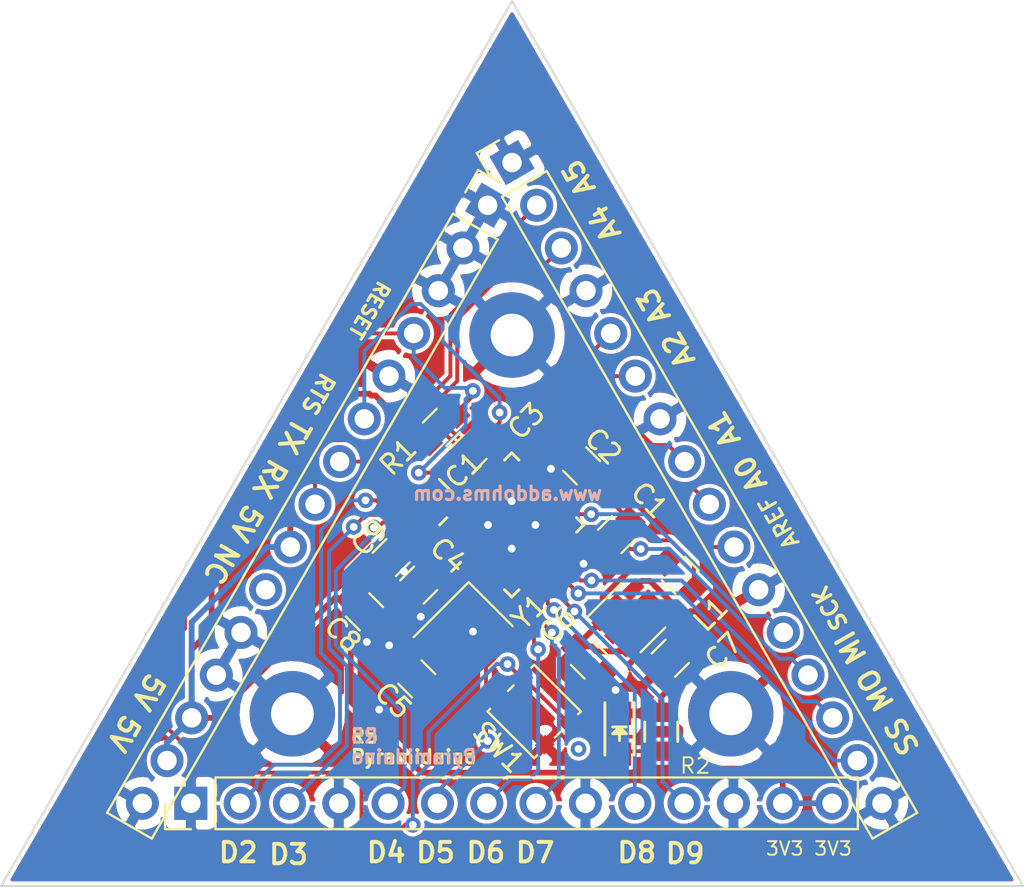
<source format=kicad_pcb>
(kicad_pcb (version 20171130) (host pcbnew "(5.0.0-rc2-dev-664-g5a90858)")
  (layers (0 F.Cu signal) (31 B.Cu signal) (34 B.Paste user) (35 F.Paste user) (36 B.SilkS user) (37 F.SilkS user) (38 B.Mask user) (39 F.Mask user) (44 Edge.Cuts user))
  (net 0 "")
  (net 1 "Net-(C1-Pad1)")
  (net 2 GND)
  (net 3 /AREF)
  (net 4 /RESET)
  (net 5 /RTS)
  (net 6 /X_P)
  (net 7 /X_N)
  (net 8 VCC)
  (net 9 +3V3)
  (net 10 /D3)
  (net 11 /D4)
  (net 12 /D5)
  (net 13 /D6)
  (net 14 /D7)
  (net 15 /D8)
  (net 16 /D9)
  (net 17 /SS)
  (net 18 /MOSI)
  (net 19 /MISO)
  (net 20 /SCK)
  (net 21 /A0)
  (net 22 /A1)
  (net 23 /A2)
  (net 24 /A3)
  (net 25 /A4)
  (net 26 /A5)
  (net 27 /328-RX)
  (net 28 /328-TX)
  (net 29 /D2)
  (net 30 "Net-(D1-Pad2)")
  (net 31 "Net-(U1-Pad4)")
  (net 32 /CTS)
  (net 33 "Net-(IC1-Pad19)")
  (net 34 "Net-(IC1-Pad22)")
  (module TO_SOT_Packages_SMD:SOT-23-5 (layer F.Cu) (at 132.4356 116.1796 45)
    (fp_text reference U1 hide)
    (fp_text value 3v3)
    (pad 1 smd rect (at -1.1 -0.95 45) (size 1.06 0.65) (layers F.Cu F.Paste F.Mask) (net 8 VCC))
    (pad 2 smd rect (at -1.099999 0 45) (size 1.06 0.65) (layers F.Cu F.Paste F.Mask) (net 2 GND))
    (pad 3 smd rect (at -1.1 0.95 45) (size 1.06 0.65) (layers F.Cu F.Paste F.Mask) (net 8 VCC))
    (pad 4 smd rect (at 1.1 0.95 45) (size 1.06 0.65) (layers F.Cu F.Paste F.Mask) (net 31 "Net-(U1-Pad4)"))
    (pad 5 smd rect (at 1.1 -0.95 45) (size 1.06 0.65) (layers F.Cu F.Paste F.Mask) (net 9 +3V3))
  )
  (module Pin_Headers:Pin_Header_Straight_1x16_Pitch2.54mm (layer F.Cu) (at 126.317 92.739 30)
    (fp_text reference P1 hide)
    (fp_text value CONN_01X16)
    (pad 1 thru_hole rect (at 0 0 30) (size 1.7 1.7) (drill 1) (layers *.Cu *.Mask) (net 2 GND))
    (pad 2 thru_hole oval (at 0 2.54 30) (size 1.7 1.7) (drill 1) (layers *.Cu *.Mask) (net 26 /A5))
    (pad 3 thru_hole oval (at 0 5.08 30) (size 1.7 1.7) (drill 1) (layers *.Cu *.Mask) (net 25 /A4))
    (pad 4 thru_hole oval (at 0 7.62 30) (size 1.7 1.7) (drill 1) (layers *.Cu *.Mask) (net 2 GND))
    (pad 5 thru_hole oval (at 0 10.16 30) (size 1.7 1.7) (drill 1) (layers *.Cu *.Mask) (net 24 /A3))
    (pad 6 thru_hole oval (at 0 12.7 30) (size 1.7 1.7) (drill 1) (layers *.Cu *.Mask) (net 23 /A2))
    (pad 7 thru_hole oval (at 0 15.24 30) (size 1.7 1.7) (drill 1) (layers *.Cu *.Mask) (net 2 GND))
    (pad 8 thru_hole oval (at 0 17.78 30) (size 1.7 1.7) (drill 1) (layers *.Cu *.Mask) (net 22 /A1))
    (pad 9 thru_hole oval (at 0 20.32 30) (size 1.7 1.7) (drill 1) (layers *.Cu *.Mask) (net 21 /A0))
    (pad 10 thru_hole oval (at 0 22.86 30) (size 1.7 1.7) (drill 1) (layers *.Cu *.Mask) (net 3 /AREF))
    (pad 11 thru_hole oval (at 0 25.4 30) (size 1.7 1.7) (drill 1) (layers *.Cu *.Mask) (net 2 GND))
    (pad 12 thru_hole oval (at 0 27.94 30) (size 1.7 1.7) (drill 1) (layers *.Cu *.Mask) (net 20 /SCK))
    (pad 13 thru_hole oval (at 0 30.48 30) (size 1.7 1.7) (drill 1) (layers *.Cu *.Mask) (net 19 /MISO))
    (pad 14 thru_hole oval (at 0 33.02 30) (size 1.7 1.7) (drill 1) (layers *.Cu *.Mask) (net 18 /MOSI))
    (pad 15 thru_hole oval (at 0 35.56 30) (size 1.7 1.7) (drill 1) (layers *.Cu *.Mask) (net 17 /SS))
    (pad 16 thru_hole oval (at 0 38.1 30) (size 1.7 1.7) (drill 1) (layers *.Cu *.Mask) (net 2 GND))
  )
  (module Capacitors_SMD:C_0805 (layer F.Cu) (at 131.707107 111.892893 225)
    (fp_text reference C1 (at -2.439518 0.060811 315) (layer F.SilkS))
    (fp_text value 100nF)
    (pad 1 smd rect (at -1 0 225) (size 1 1.25) (layers F.Cu F.Paste F.Mask) (net 1 "Net-(C1-Pad1)"))
    (pad 2 smd rect (at 1 0 225) (size 1 1.25) (layers F.Cu F.Paste F.Mask) (net 2 GND))
  )
  (module Capacitors_SMD:C_0805 (layer F.Cu) (at 129.8956 108.3564 135)
    (fp_text reference C2 (at -0.071842 1.508683 135) (layer F.SilkS))
    (fp_text value 10nF)
    (pad 1 smd rect (at -1 0 135) (size 1 1.25) (layers F.Cu F.Paste F.Mask) (net 3 /AREF))
    (pad 2 smd rect (at 1 0 135) (size 1 1.25) (layers F.Cu F.Paste F.Mask) (net 2 GND))
  )
  (module Capacitors_SMD:C_0805 (layer F.Cu) (at 124.0536 107.7468 45)
    (fp_text reference C3 (at 3.304734 0.933947 45) (layer F.SilkS))
    (fp_text value 100nF)
    (pad 1 smd rect (at -1 0 45) (size 1 1.25) (layers F.Cu F.Paste F.Mask) (net 4 /RESET))
    (pad 2 smd rect (at 1 0 45) (size 1 1.25) (layers F.Cu F.Paste F.Mask) (net 5 /RTS))
  )
  (module Capacitors_SMD:C_0805 (layer F.Cu) (at 121.5136 114.5032 45)
    (fp_text reference C4 (at 2.155261 0 315) (layer F.SilkS))
    (fp_text value 22pF)
    (pad 1 smd rect (at -1 0 45) (size 1 1.25) (layers F.Cu F.Paste F.Mask) (net 2 GND))
    (pad 2 smd rect (at 1 0 45) (size 1 1.25) (layers F.Cu F.Paste F.Mask) (net 6 /X_P))
  )
  (module Capacitors_SMD:C_0805 (layer F.Cu) (at 121.412 119.3292 315)
    (fp_text reference C5 (at -0.071842 1.652367 315) (layer F.SilkS))
    (fp_text value 22pF)
    (pad 1 smd rect (at -1 0 315) (size 1 1.25) (layers F.Cu F.Paste F.Mask) (net 2 GND))
    (pad 2 smd rect (at 1 0 315) (size 1 1.25) (layers F.Cu F.Paste F.Mask) (net 7 /X_N))
  )
  (module Capacitors_SMD:C_0805 (layer F.Cu) (at 130.302 118.364 135)
    (fp_text reference C6 (at 2.44263 0.143684 225) (layer F.SilkS))
    (fp_text value 1uF)
    (pad 1 smd rect (at -1 0 135) (size 1 1.25) (layers F.Cu F.Paste F.Mask) (net 2 GND))
    (pad 2 smd rect (at 1 0 135) (size 1 1.25) (layers F.Cu F.Paste F.Mask) (net 8 VCC))
  )
  (module Capacitors_SMD:C_0805 (layer F.Cu) (at 134.4676 118.2624 45)
    (fp_text reference C7 (at 2.188354 1.675843 45) (layer F.SilkS))
    (fp_text value 1uF)
    (pad 1 smd rect (at -1 0 45) (size 1 1.25) (layers F.Cu F.Paste F.Mask) (net 2 GND))
    (pad 2 smd rect (at 1 0 45) (size 1 1.25) (layers F.Cu F.Paste F.Mask) (net 9 +3V3))
  )
  (module Capacitors_SMD:C_0805 (layer F.Cu) (at 118.7196 115.8748 315)
    (fp_text reference C8 (at 0.035921 1.616446 315) (layer F.SilkS))
    (fp_text value 1uF)
    (pad 1 smd rect (at -1 0 315) (size 1 1.25) (layers F.Cu F.Paste F.Mask) (net 8 VCC))
    (pad 2 smd rect (at 1 0 315) (size 1 1.25) (layers F.Cu F.Paste F.Mask) (net 2 GND))
  )
  (module Capacitors_SMD:C_0805 (layer F.Cu) (at 120.0912 113.0808 225)
    (fp_text reference C9 (at 0.071842 1.508683 225) (layer F.SilkS))
    (fp_text value 100nF)
    (pad 1 smd rect (at -1 0 225) (size 1 1.25) (layers F.Cu F.Paste F.Mask) (net 8 VCC))
    (pad 2 smd rect (at 1 0 225) (size 1 1.25) (layers F.Cu F.Paste F.Mask) (net 2 GND))
  )
  (module Capacitors_SMD:C_0805 (layer F.Cu) (at 134.9756 113.9952 135)
    (fp_text reference L1 (at -2.530877 -0.304339 225) (layer F.SilkS))
    (fp_text value 10uH)
    (pad 1 smd rect (at -1 0 135) (size 1 1.25) (layers F.Cu F.Paste F.Mask) (net 1 "Net-(C1-Pad1)"))
    (pad 2 smd rect (at 1 0 135) (size 1 1.25) (layers F.Cu F.Paste F.Mask) (net 8 VCC))
  )
  (module Pin_Headers:Pin_Header_Straight_1x15_Pitch2.54mm (layer F.Cu) (at 125.061 94.939 330)
    (fp_text reference P2 hide)
    (fp_text value CONN_01X14)
    (pad 1 thru_hole rect (at 0 0 330) (size 1.7 1.7) (drill 1) (layers *.Cu *.Mask) (net 2 GND))
    (pad 2 thru_hole oval (at 0 2.54 330) (size 1.7 1.7) (drill 1) (layers *.Cu *.Mask) (net 2 GND))
    (pad 3 thru_hole oval (at 0 5.08 330) (size 1.7 1.7) (drill 1) (layers *.Cu *.Mask) (net 2 GND))
    (pad 4 thru_hole oval (at 0 7.62 330) (size 1.7 1.7) (drill 1) (layers *.Cu *.Mask) (net 4 /RESET))
    (pad 5 thru_hole oval (at 0 10.16 330) (size 1.7 1.7) (drill 1) (layers *.Cu *.Mask) (net 2 GND))
    (pad 6 thru_hole oval (at 0 12.7 330) (size 1.7 1.7) (drill 1) (layers *.Cu *.Mask) (net 5 /RTS))
    (pad 7 thru_hole oval (at 0 15.24 330) (size 1.7 1.7) (drill 1) (layers *.Cu *.Mask) (net 28 /328-TX))
    (pad 8 thru_hole oval (at 0 17.78 330) (size 1.7 1.7) (drill 1) (layers *.Cu *.Mask) (net 27 /328-RX))
    (pad 9 thru_hole oval (at 0 20.32 330) (size 1.7 1.7) (drill 1) (layers *.Cu *.Mask) (net 8 VCC))
    (pad 10 thru_hole oval (at 0 22.86 330) (size 1.7 1.7) (drill 1) (layers *.Cu *.Mask) (net 32 /CTS))
    (pad 11 thru_hole oval (at 0 25.4 330) (size 1.7 1.7) (drill 1) (layers *.Cu *.Mask) (net 2 GND))
    (pad 12 thru_hole oval (at 0 27.94 330) (size 1.7 1.7) (drill 1) (layers *.Cu *.Mask) (net 2 GND))
    (pad 13 thru_hole oval (at 0 30.48 330) (size 1.7 1.7) (drill 1) (layers *.Cu *.Mask) (net 8 VCC))
    (pad 14 thru_hole oval (at 0 33.02 330) (size 1.7 1.7) (drill 1) (layers *.Cu *.Mask) (net 8 VCC))
    (pad 15 thru_hole oval (at 0 35.56 330) (size 1.7 1.7) (drill 1) (layers *.Cu *.Mask) (net 2 GND))
  )
  (module Pin_Headers:Pin_Header_Straight_1x14_Pitch2.54mm (layer F.Cu) (at 109.776 125.735 90)
    (fp_text reference P3 hide)
    (fp_text value CONN_01X14)
    (pad 1 thru_hole rect (at 0 0 90) (size 1.7 1.7) (drill 1) (layers *.Cu *.Mask) (net 2 GND))
    (pad 2 thru_hole oval (at 0 2.54 90) (size 1.7 1.7) (drill 1) (layers *.Cu *.Mask) (net 29 /D2))
    (pad 3 thru_hole oval (at 0 5.08 90) (size 1.7 1.7) (drill 1) (layers *.Cu *.Mask) (net 10 /D3))
    (pad 4 thru_hole oval (at 0 7.62 90) (size 1.7 1.7) (drill 1) (layers *.Cu *.Mask) (net 2 GND))
    (pad 5 thru_hole oval (at 0 10.16 90) (size 1.7 1.7) (drill 1) (layers *.Cu *.Mask) (net 11 /D4))
    (pad 6 thru_hole oval (at 0 12.7 90) (size 1.7 1.7) (drill 1) (layers *.Cu *.Mask) (net 12 /D5))
    (pad 7 thru_hole oval (at 0 15.24 90) (size 1.7 1.7) (drill 1) (layers *.Cu *.Mask) (net 13 /D6))
    (pad 8 thru_hole oval (at 0 17.78 90) (size 1.7 1.7) (drill 1) (layers *.Cu *.Mask) (net 14 /D7))
    (pad 9 thru_hole oval (at 0 20.32 90) (size 1.7 1.7) (drill 1) (layers *.Cu *.Mask) (net 2 GND))
    (pad 10 thru_hole oval (at 0 22.86 90) (size 1.7 1.7) (drill 1) (layers *.Cu *.Mask) (net 15 /D8))
    (pad 11 thru_hole oval (at 0 25.4 90) (size 1.7 1.7) (drill 1) (layers *.Cu *.Mask) (net 16 /D9))
    (pad 12 thru_hole oval (at 0 27.94 90) (size 1.7 1.7) (drill 1) (layers *.Cu *.Mask) (net 2 GND))
    (pad 13 thru_hole oval (at 0 30.48 90) (size 1.7 1.7) (drill 1) (layers *.Cu *.Mask) (net 9 +3V3))
    (pad 14 thru_hole oval (at 0 33.02 90) (size 1.7 1.7) (drill 1) (layers *.Cu *.Mask) (net 9 +3V3))
  )
  (module Mounting_Holes:MountingHole_2.2mm_M2_Pad (layer F.Cu) (at 115.005 121.127)
    (fp_text reference P4 hide)
    (fp_text value CONN_01X01)
    (pad 1 thru_hole circle (at 0 0) (size 4.4 4.4) (drill 2.2) (layers *.Cu *.Mask) (net 2 GND))
  )
  (module Mounting_Holes:MountingHole_2.2mm_M2_Pad (layer F.Cu) (at 137.578 121.127)
    (fp_text reference P5 hide)
    (fp_text value CONN_01X01)
    (pad 1 thru_hole circle (at 0 0) (size 4.4 4.4) (drill 2.2) (layers *.Cu *.Mask) (net 2 GND))
  )
  (module Mounting_Holes:MountingHole_2.2mm_M2_Pad (layer F.Cu) (at 126.317 101.621)
    (fp_text reference P6 hide)
    (fp_text value CONN_01X01)
    (pad 1 thru_hole circle (at 0 0) (size 4.4 4.4) (drill 2.2) (layers *.Cu *.Mask) (net 2 GND))
  )
  (module Capacitors_SMD:C_0805 (layer F.Cu) (at 122.682 106.3752 45)
    (fp_text reference R1 (at -2.658156 -0.502894 45) (layer F.SilkS))
    (fp_text value 100K)
    (pad 1 smd rect (at -1 0 45) (size 1 1.25) (layers F.Cu F.Paste F.Mask) (net 8 VCC))
    (pad 2 smd rect (at 1 0 45) (size 1 1.25) (layers F.Cu F.Paste F.Mask) (net 4 /RESET))
  )
  (module "My Libraries:FA238-4pin_3.2x2.5mm_Offset" (layer F.Cu) (at 123.7996 116.8908 225)
    (fp_text reference Y1 (at -3.125129 -1.688288 225) (layer F.SilkS))
    (fp_text value 16M)
    (pad 1 smd rect (at -1.1 0.8 225) (size 1.4 1.2) (layers F.Cu F.Paste F.Mask) (net 6 /X_P))
    (pad 2 smd rect (at 1.1 0.8 225) (size 1.4 1.2) (layers F.Cu F.Paste F.Mask) (net 2 GND))
    (pad 3 smd rect (at 1.1 -0.8 225) (size 1.4 1.2) (layers F.Cu F.Paste F.Mask) (net 7 /X_N))
    (pad 4 smd rect (at -1.1 -0.8 225) (size 1.4 1.2) (layers F.Cu F.Paste F.Mask) (net 2 GND))
  )
  (module "My Libraries:SW_SPST_PTS830" (layer F.Cu) (at 127.4572 121.0056 135)
    (fp_text reference SW1 (at 0 -2.6 135) (layer F.SilkS))
    (fp_text value SW_PUSH)
    (pad 1 smd rect (at -1.6 -0.825 135) (size 0.7 0.75) (layers F.Cu F.Paste F.Mask) (net 2 GND))
    (pad 1 smd rect (at 1.6 -0.825 135) (size 0.7 0.75) (layers F.Cu F.Paste F.Mask) (net 2 GND))
    (pad 2 smd rect (at -1.6 0.825 135) (size 0.7 0.75) (layers F.Cu F.Paste F.Mask) (net 4 /RESET))
    (pad 2 smd rect (at 1.6 0.825 135) (size 0.7 0.75) (layers F.Cu F.Paste F.Mask) (net 4 /RESET))
  )
  (module LEDs:LED_0805 (layer F.Cu) (at 131.85 122.15098 270)
    (fp_text reference D1 hide)
    (fp_text value LED)
    (pad 2 smd rect (at 1.04902 0 90) (size 1.19888 1.19888) (layers F.Cu F.Paste F.Mask) (net 30 "Net-(D1-Pad2)"))
    (pad 1 smd rect (at -1.04902 0 90) (size 1.19888 1.19888) (layers F.Cu F.Paste F.Mask) (net 2 GND))
  )
  (module Capacitors_SMD:C_0805 (layer F.Cu) (at 134 122.05 270)
    (fp_text reference R2 (at 1.75 -1.75) (layer F.SilkS) (effects (font (size 0.8 0.8) (thickness 0.1))))
    (fp_text value 1k)
    (pad 1 smd rect (at -1 0 270) (size 1 1.25) (layers F.Cu F.Paste F.Mask) (net 9 +3V3))
    (pad 2 smd rect (at 1 0 270) (size 1 1.25) (layers F.Cu F.Paste F.Mask) (net 30 "Net-(D1-Pad2)"))
  )
  (module "My Libraries:QFN-32-1EP_5x5mm_Pitch0.5mm-GND" (layer F.Cu) (at 126.3 111.4 45)
    (fp_text reference IC1 (at 0 -3.75 45) (layer F.SilkS))
    (fp_text value ATMEGA328-A)
    (pad 1 smd rect (at -2.4 -1.75 45) (size 0.7 0.25) (layers F.Cu F.Paste F.Mask) (net 10 /D3))
    (pad 2 smd rect (at -2.4 -1.25 45) (size 0.7 0.25) (layers F.Cu F.Paste F.Mask) (net 11 /D4))
    (pad 3 smd rect (at -2.4 -0.75 45) (size 0.7 0.25) (layers F.Cu F.Paste F.Mask) (net 2 GND))
    (pad 4 smd rect (at -2.4 -0.25 45) (size 0.7 0.25) (layers F.Cu F.Paste F.Mask) (net 8 VCC))
    (pad 5 smd rect (at -2.4 0.25 45) (size 0.7 0.25) (layers F.Cu F.Paste F.Mask) (net 2 GND))
    (pad 6 smd rect (at -2.4 0.75 45) (size 0.7 0.25) (layers F.Cu F.Paste F.Mask) (net 8 VCC))
    (pad 7 smd rect (at -2.4 1.25 45) (size 0.7 0.25) (layers F.Cu F.Paste F.Mask) (net 6 /X_P))
    (pad 8 smd rect (at -2.4 1.75 45) (size 0.7 0.25) (layers F.Cu F.Paste F.Mask) (net 7 /X_N))
    (pad 9 smd rect (at -1.75 2.4 135) (size 0.7 0.25) (layers F.Cu F.Paste F.Mask) (net 12 /D5))
    (pad 10 smd rect (at -1.25 2.4 135) (size 0.7 0.25) (layers F.Cu F.Paste F.Mask) (net 13 /D6))
    (pad 11 smd rect (at -0.75 2.4 135) (size 0.7 0.25) (layers F.Cu F.Paste F.Mask) (net 14 /D7))
    (pad 12 smd rect (at -0.25 2.4 135) (size 0.7 0.25) (layers F.Cu F.Paste F.Mask) (net 15 /D8))
    (pad 13 smd rect (at 0.25 2.4 135) (size 0.7 0.25) (layers F.Cu F.Paste F.Mask) (net 16 /D9))
    (pad 14 smd rect (at 0.75 2.4 135) (size 0.7 0.25) (layers F.Cu F.Paste F.Mask) (net 17 /SS))
    (pad 15 smd rect (at 1.25 2.4 135) (size 0.7 0.25) (layers F.Cu F.Paste F.Mask) (net 18 /MOSI))
    (pad 16 smd rect (at 1.75 2.4 135) (size 0.7 0.25) (layers F.Cu F.Paste F.Mask) (net 19 /MISO))
    (pad 17 smd rect (at 2.4 1.75 45) (size 0.7 0.25) (layers F.Cu F.Paste F.Mask) (net 20 /SCK))
    (pad 18 smd rect (at 2.4 1.25 45) (size 0.7 0.25) (layers F.Cu F.Paste F.Mask) (net 1 "Net-(C1-Pad1)"))
    (pad 19 smd rect (at 2.4 0.75 45) (size 0.7 0.25) (layers F.Cu F.Paste F.Mask) (net 33 "Net-(IC1-Pad19)"))
    (pad 20 smd rect (at 2.4 0.25 45) (size 0.7 0.25) (layers F.Cu F.Paste F.Mask) (net 3 /AREF))
    (pad 21 smd rect (at 2.4 -0.25 45) (size 0.7 0.25) (layers F.Cu F.Paste F.Mask) (net 2 GND))
    (pad 22 smd rect (at 2.4 -0.75 45) (size 0.7 0.25) (layers F.Cu F.Paste F.Mask) (net 34 "Net-(IC1-Pad22)"))
    (pad 23 smd rect (at 2.4 -1.25 45) (size 0.7 0.25) (layers F.Cu F.Paste F.Mask) (net 21 /A0))
    (pad 24 smd rect (at 2.4 -1.75 45) (size 0.7 0.25) (layers F.Cu F.Paste F.Mask) (net 22 /A1))
    (pad 25 smd rect (at 1.75 -2.4 135) (size 0.7 0.25) (layers F.Cu F.Paste F.Mask) (net 23 /A2))
    (pad 26 smd rect (at 1.25 -2.4 135) (size 0.7 0.25) (layers F.Cu F.Paste F.Mask) (net 24 /A3))
    (pad 27 smd rect (at 0.75 -2.4 135) (size 0.7 0.25) (layers F.Cu F.Paste F.Mask) (net 25 /A4))
    (pad 28 smd rect (at 0.25 -2.4 135) (size 0.7 0.25) (layers F.Cu F.Paste F.Mask) (net 26 /A5))
    (pad 29 smd rect (at -0.25 -2.4 135) (size 0.7 0.25) (layers F.Cu F.Paste F.Mask) (net 4 /RESET))
    (pad 30 smd rect (at -0.75 -2.4 135) (size 0.7 0.25) (layers F.Cu F.Paste F.Mask) (net 27 /328-RX))
    (pad 31 smd rect (at -1.25 -2.4 135) (size 0.7 0.25) (layers F.Cu F.Paste F.Mask) (net 28 /328-TX))
    (pad 32 smd rect (at -1.75 -2.4 135) (size 0.7 0.25) (layers F.Cu F.Paste F.Mask) (net 29 /D2))
    (pad 5 smd rect (at 0.8625 0.8625 45) (size 1.725 1.725) (layers F.Cu F.Paste F.Mask) (net 2 GND))
    (pad 5 smd rect (at 0.8625 -0.8625 45) (size 1.725 1.725) (layers F.Cu F.Paste F.Mask) (net 2 GND))
    (pad 5 smd rect (at -0.8625 0.8625 45) (size 1.725 1.725) (layers F.Cu F.Paste F.Mask) (net 2 GND))
    (pad 5 smd rect (at -0.8625 -0.8625 45) (size 1.725 1.725) (layers F.Cu F.Paste F.Mask) (net 2 GND))
  )
  (gr_text Pyramiduino (at 121.2596 123.3424) (layer B.SilkS) (effects (font (size 0.7 0.7)) (justify mirror)))
  (gr_text R5 (at 118.7196 122.2756) (layer B.SilkS) (effects (font (size 0.7 0.7)) (justify mirror)))
  (gr_text R5 (at 118.7196 122.2756) (layer F.SilkS) (effects (font (size 0.7 0.7))))
  (gr_text Pyramiduino (at 121.2596 123.3424) (layer F.SilkS) (effects (font (size 0.7 0.7))))
  (gr_text NC (at 111.3536 113.3856 240) (layer F.SilkS) (effects (font (size 1 1) (thickness 0.2))))
  (gr_text www.addohms.com (at 126.0856 109.7788) (layer B.SilkS) (effects (font (size 0.7 0.7) (thickness 0.16)) (justify mirror)))
  (gr_text MI (at 143.764 117.7036 120) (layer F.SilkS) (effects (font (size 1 1) (thickness 0.2))))
  (gr_text SCK (at 142.6972 115.6716 120) (layer F.SilkS) (effects (font (size 0.8 0.8) (thickness 0.175))))
  (gr_text A3 (at 133.604 100.1268 120) (layer F.SilkS) (effects (font (size 1 1) (thickness 0.2))))
  (gr_text RESET (at 118.9736 100.33 240) (layer F.SilkS) (effects (font (size 0.7 0.7) (thickness 0.16))))
  (gr_text RTS (at 116.332 104.648 240) (layer F.SilkS) (effects (font (size 0.8 0.8) (thickness 0.175))))
  (gr_text TX (at 115.1128 106.8324 240) (layer F.SilkS) (effects (font (size 1 1) (thickness 0.2))))
  (gr_text RX (at 113.8428 109.0168 240) (layer F.SilkS) (effects (font (size 1 1) (thickness 0.2))))
  (gr_text 5V (at 112.6236 111.3028 240) (layer F.SilkS) (effects (font (size 1 1) (thickness 0.2))))
  (gr_text 5V (at 107.5944 119.9896 240) (layer F.SilkS) (effects (font (size 1 1) (thickness 0.2))))
  (gr_text 5V (at 106.3244 122.1232 240) (layer F.SilkS) (effects (font (size 1 1) (thickness 0.2))))
  (gr_text D2 (at 112.2172 128.27) (layer F.SilkS) (effects (font (size 1 1) (thickness 0.2))))
  (gr_text D3 (at 114.808 128.3716) (layer F.SilkS) (effects (font (size 1 1) (thickness 0.2))))
  (gr_text D4 (at 119.8372 128.27) (layer F.SilkS) (effects (font (size 1 1) (thickness 0.2))))
  (gr_text D5 (at 122.3772 128.27) (layer F.SilkS) (effects (font (size 1 1) (thickness 0.2))))
  (gr_text D6 (at 124.968 128.27) (layer F.SilkS) (effects (font (size 1 1) (thickness 0.2))))
  (gr_text D7 (at 127.508 128.27) (layer F.SilkS) (effects (font (size 1 1) (thickness 0.2))))
  (gr_text D8 (at 132.7404 128.27) (layer F.SilkS) (effects (font (size 1 1) (thickness 0.2))))
  (gr_text D9 (at 135.2296 128.3208) (layer F.SilkS) (effects (font (size 1 1) (thickness 0.2))))
  (gr_text 3V3 (at 140.3604 128.0668) (layer F.SilkS) (effects (font (size 0.7 0.7) (thickness 0.1))))
  (gr_text 3V3 (at 142.8496 128.0668) (layer F.SilkS) (effects (font (size 0.7 0.7) (thickness 0.1))))
  (gr_text AREF (at 140.0556 111.252 120) (layer F.SilkS) (effects (font (size 0.8 0.8))))
  (gr_text SS (at 146.4056 122.2756 120) (layer F.SilkS) (effects (font (size 1 1) (thickness 0.2))))
  (gr_text MO (at 145.034 119.888 120) (layer F.SilkS) (effects (font (size 1 1) (thickness 0.2))))
  (gr_text A0 (at 138.5824 108.7628 120) (layer F.SilkS) (effects (font (size 1 1) (thickness 0.2))))
  (gr_text A1 (at 137.2108 106.4768 120) (layer F.SilkS) (effects (font (size 1 1) (thickness 0.2))))
  (gr_text A2 (at 134.874 102.362 120) (layer F.SilkS) (effects (font (size 1 1) (thickness 0.2))))
  (gr_text A4 (at 131.064 95.8596 120) (layer F.SilkS) (effects (font (size 1 1) (thickness 0.2))))
  (gr_text A5 (at 129.7432 93.5228 120) (layer F.SilkS) (effects (font (size 1 1) (thickness 0.2))))
  (gr_line (start 126.316 84.419) (end 100 130) (layer Edge.Cuts) (width 0.1))
  (gr_line (start 152.633 130) (end 126.316 84.419) (layer Edge.Cuts) (width 0.1))
  (gr_line (start 100 130) (end 152.633 130) (layer Edge.Cuts) (width 0.1))
  (segment (start 129.527534 122.720334) (end 129.7432 122.936) (width 0.2) (layer F.Cu) (net 0))
  (via (at 129.7432 122.936) (size 0.8) (drill 0.4) (layers F.Cu B.Cu) (net 0))
  (segment (start 135.682707 114.702307) (end 135.682707 113.394145) (width 0.2) (layer F.Cu) (net 1))
  (segment (start 135.682707 113.394145) (end 134.48115 112.192588) (width 0.2) (layer F.Cu) (net 1))
  (segment (start 131.362828 110.1344) (end 132.414214 111.185786) (width 0.2) (layer F.Cu) (net 1))
  (segment (start 129.324367 110.1344) (end 131.362828 110.1344) (width 0.2) (layer F.Cu) (net 1))
  (segment (start 128.89794 110.560827) (end 129.324367 110.1344) (width 0.2) (layer F.Cu) (net 1))
  (segment (start 133.421016 112.192588) (end 132.414214 111.185786) (width 0.2) (layer F.Cu) (net 1))
  (segment (start 134.48115 112.192588) (end 133.421016 112.192588) (width 0.2) (layer F.Cu) (net 1))
  (segment (start 131.657783 116.957417) (end 131.657783 116.942217) (width 0.2) (layer F.Cu) (net 2))
  (via (at 125.080241 111.4) (size 0.8) (drill 0.4) (layers F.Cu B.Cu) (net 2))
  (via (at 126.3 112.619759) (size 0.8) (drill 0.4) (layers F.Cu B.Cu) (net 2))
  (via (at 127.519759 111.4) (size 0.8) (drill 0.4) (layers F.Cu B.Cu) (net 2))
  (via (at 126.3 110.180241) (size 0.8) (drill 0.4) (layers F.Cu B.Cu) (net 2))
  (segment (start 126.3 110.180241) (end 127.166206 110.180241) (width 0.2) (layer F.Cu) (net 2))
  (segment (start 127.166206 110.180241) (end 127.82028 109.526167) (width 0.2) (layer F.Cu) (net 2))
  (segment (start 125.080241 111.4) (end 125.080241 111.559099) (width 0.2) (layer F.Cu) (net 2))
  (segment (start 125.080241 111.559099) (end 124.072614 112.566726) (width 0.2) (layer F.Cu) (net 2))
  (segment (start 126.3 112.619759) (end 125.433794 112.619759) (width 0.2) (layer F.Cu) (net 2))
  (segment (start 125.433794 112.619759) (end 124.77972 113.273833) (width 0.2) (layer F.Cu) (net 2))
  (segment (start 124.072614 112.566726) (end 124.072614 112.398627) (width 0.2) (layer F.Cu) (net 2))
  (segment (start 125.459794 112.593759) (end 126.317 112.593759) (width 0.2) (layer F.Cu) (net 2))
  (segment (start 131.657783 116.942217) (end 132.6 116) (width 0.2) (layer F.Cu) (net 2))
  (segment (start 131.65 119.9) (end 131.4 119.65) (width 0.2) (layer B.Cu) (net 2))
  (segment (start 131.4 119.65) (end 131.3 119.65) (width 0.2) (layer B.Cu) (net 2))
  (segment (start 131.85 121.10196) (end 131.85 120.1) (width 0.2) (layer F.Cu) (net 2))
  (segment (start 131.85 120.1) (end 131.65 119.9) (width 0.2) (layer F.Cu) (net 2))
  (via (at 131.65 119.9) (size 0.8) (drill 0.4) (layers F.Cu B.Cu) (net 2))
  (segment (start 128.005208 122.720334) (end 125.742466 120.457592) (width 0.2) (layer F.Cu) (net 2))
  (segment (start 119.478531 120.907069) (end 119.1768 121.2088) (width 0.2) (layer B.Cu) (net 2))
  (segment (start 120.704893 118.622093) (end 120.704893 119.680707) (width 0.2) (layer F.Cu) (net 2))
  (segment (start 120.704893 119.680707) (end 119.478531 120.907069) (width 0.2) (layer F.Cu) (net 2))
  (via (at 119.478531 120.907069) (size 0.8) (drill 0.4) (layers F.Cu B.Cu) (net 2))
  (segment (start 124.930971 116.8908) (end 125.143103 116.678668) (width 0.2) (layer F.Cu) (net 2))
  (segment (start 124.3076 116.8908) (end 124.930971 116.8908) (width 0.2) (layer F.Cu) (net 2))
  (segment (start 124.3076 116.8908) (end 123.982443 116.8908) (width 0.2) (layer F.Cu) (net 2))
  (segment (start 123.982443 116.8908) (end 123.810589 117.062654) (width 0.2) (layer F.Cu) (net 2))
  (via (at 124.3076 116.8908) (size 0.8) (drill 0.4) (layers F.Cu B.Cu) (net 2))
  (segment (start 129.188493 107.649293) (end 129.180307 107.649293) (width 0.2) (layer F.Cu) (net 2))
  (segment (start 129.180307 107.649293) (end 128.3208 108.5088) (width 0.2) (layer F.Cu) (net 2))
  (via (at 128.3208 108.5088) (size 0.8) (drill 0.4) (layers F.Cu B.Cu) (net 2))
  (segment (start 125.450794 112.593759) (end 126.317 112.593759) (width 0.2) (layer F.Cu) (net 2))
  (segment (start 126.317 112.593759) (end 125.097241 111.374) (width 0.2) (layer F.Cu) (net 2))
  (segment (start 127.536759 111.374) (end 126.317 112.593759) (width 0.2) (layer F.Cu) (net 2))
  (segment (start 126.317 110.154241) (end 127.536759 111.374) (width 0.2) (layer F.Cu) (net 2))
  (segment (start 127.183206 110.154241) (end 126.317 110.154241) (width 0.2) (layer F.Cu) (net 2))
  (segment (start 123.810589 117.062654) (end 123.444903 117.062654) (width 0.2) (layer F.Cu) (net 2))
  (segment (start 123.444903 117.062654) (end 123.404625 117.102932) (width 0.2) (layer F.Cu) (net 2))
  (segment (start 123.404625 117.102932) (end 122.456097 117.102932) (width 0.2) (layer F.Cu) (net 2))
  (segment (start 119.384093 113.787907) (end 120.747507 113.787907) (width 0.2) (layer F.Cu) (net 2))
  (segment (start 120.747507 113.787907) (end 120.7516 113.792) (width 0.2) (layer F.Cu) (net 2))
  (via (at 120.7516 113.792) (size 0.8) (drill 0.4) (layers F.Cu B.Cu) (net 2))
  (segment (start 119.426707 116.581907) (end 119.426707 116.836186) (width 0.2) (layer F.Cu) (net 2))
  (segment (start 119.426707 116.836186) (end 118.839577 117.423316) (width 0.2) (layer F.Cu) (net 2))
  (via (at 118.839577 117.423316) (size 0.8) (drill 0.4) (layers F.Cu B.Cu) (net 2))
  (segment (start 120.704893 118.622093) (end 120.704893 118.317293) (width 0.2) (layer F.Cu) (net 2))
  (segment (start 120.704893 118.317293) (end 119.9896 117.602) (width 0.2) (layer F.Cu) (net 2))
  (via (at 119.9896 117.602) (size 0.8) (drill 0.4) (layers F.Cu B.Cu) (net 2))
  (segment (start 122.456097 117.102932) (end 122.456097 116.969697) (width 0.2) (layer F.Cu) (net 2))
  (segment (start 122.456097 116.969697) (end 121.6152 116.1288) (width 0.2) (layer F.Cu) (net 2))
  (via (at 121.6152 116.1288) (size 0.8) (drill 0.4) (layers F.Cu B.Cu) (net 2))
  (segment (start 130.8 112.6) (end 130 113.4) (width 0.2) (layer F.Cu) (net 2))
  (via (at 130 113.4) (size 0.8) (drill 0.4) (layers F.Cu B.Cu) (net 2))
  (segment (start 131 112.6) (end 130.8 112.6) (width 0.2) (layer F.Cu) (net 2))
  (segment (start 130.2 113.2) (end 130.3 113.2) (width 0.2) (layer B.Cu) (net 2))
  (segment (start 130 113.4) (end 130.2 113.2) (width 0.2) (layer B.Cu) (net 2))
  (segment (start 131.65 119.712) (end 131.009107 119.071107) (width 0.2) (layer F.Cu) (net 2))
  (segment (start 131.65 119.9) (end 131.65 119.712) (width 0.2) (layer F.Cu) (net 2))
  (segment (start 133.760493 117.160493) (end 132.6 116) (width 0.2) (layer F.Cu) (net 2))
  (segment (start 133.760493 118.969507) (end 133.760493 117.160493) (width 0.2) (layer F.Cu) (net 2))
  (segment (start 128.190833 109.85372) (end 128.981046 109.063507) (width 0.2) (layer F.Cu) (net 3))
  (segment (start 128.981046 109.063507) (end 130.602707 109.063507) (width 0.2) (layer F.Cu) (net 3))
  (segment (start 136.336341 112.536341) (end 137.747 112.536341) (width 0.2) (layer F.Cu) (net 3))
  (segment (start 131.02697 109.48777) (end 133.28777 109.48777) (width 0.2) (layer F.Cu) (net 3))
  (segment (start 133.28777 109.48777) (end 136.336341 112.536341) (width 0.2) (layer F.Cu) (net 3))
  (segment (start 130.602707 109.063507) (end 131.02697 109.48777) (width 0.2) (layer F.Cu) (net 3))
  (segment (start 126.909192 119.290866) (end 126.809266 119.290866) (width 0.2) (layer F.Cu) (net 4))
  (segment (start 126.809266 119.290866) (end 126.0856 118.5672) (width 0.2) (layer F.Cu) (net 4))
  (segment (start 129.171934 121.553608) (end 126.909192 119.290866) (width 0.2) (layer F.Cu) (net 4))
  (segment (start 123.92543 106.30017) (end 123.92543 104.92857) (width 0.2) (layer B.Cu) (net 4))
  (segment (start 123.92543 104.92857) (end 124.493651 104.360349) (width 0.2) (layer B.Cu) (net 4))
  (segment (start 121.251 101.538114) (end 121.251 102.740195) (width 0.2) (layer B.Cu) (net 4))
  (segment (start 121.251 102.740195) (end 122.854005 104.3432) (width 0.2) (layer B.Cu) (net 4))
  (segment (start 122.854005 104.3432) (end 124.476503 104.3432) (width 0.2) (layer B.Cu) (net 4))
  (segment (start 124.476503 104.3432) (end 124.493652 104.360349) (width 0.2) (layer B.Cu) (net 4))
  (segment (start 121.2088 124.5616) (end 122.0216 123.7488) (width 0.2) (layer B.Cu) (net 4))
  (segment (start 122.0216 123.7488) (end 122.0216 122.065515) (width 0.2) (layer B.Cu) (net 4))
  (segment (start 121.2088 126.8476) (end 121.2088 124.5616) (width 0.2) (layer B.Cu) (net 4))
  (segment (start 120.4976 127.1524) (end 120.8024 126.8476) (width 0.2) (layer F.Cu) (net 4))
  (segment (start 120.8024 126.8476) (end 121.2088 126.8476) (width 0.2) (layer F.Cu) (net 4))
  (via (at 121.2088 126.8476) (size 0.8) (drill 0.4) (layers F.Cu B.Cu) (net 4))
  (segment (start 119.0752 127.1524) (end 120.4976 127.1524) (width 0.2) (layer F.Cu) (net 4))
  (segment (start 118.5672 126.6444) (end 119.0752 127.1524) (width 0.2) (layer F.Cu) (net 4))
  (segment (start 118.5672 124.5108) (end 118.5672 126.6444) (width 0.2) (layer F.Cu) (net 4))
  (segment (start 118.2116 124.1552) (end 118.5672 124.5108) (width 0.2) (layer F.Cu) (net 4))
  (segment (start 110.873043 124.1552) (end 118.2116 124.1552) (width 0.2) (layer F.Cu) (net 4))
  (segment (start 115.6208 104.394) (end 118.476686 101.538114) (width 0.2) (layer F.Cu) (net 4))
  (segment (start 118.476686 101.538114) (end 121.251 101.538114) (width 0.2) (layer F.Cu) (net 4))
  (segment (start 115.6208 106.615311) (end 115.6208 104.394) (width 0.2) (layer F.Cu) (net 4))
  (segment (start 113.2332 110.0328) (end 113.2332 109.002911) (width 0.2) (layer F.Cu) (net 4))
  (segment (start 113.2332 109.002911) (end 115.6208 106.615311) (width 0.2) (layer F.Cu) (net 4))
  (segment (start 110.39559 112.87041) (end 113.2332 110.0328) (width 0.2) (layer F.Cu) (net 4))
  (segment (start 109.474 116.7384) (end 109.474 114.7572) (width 0.2) (layer F.Cu) (net 4))
  (segment (start 109.474 114.7572) (end 110.39559 113.83561) (width 0.2) (layer F.Cu) (net 4))
  (segment (start 110.39559 113.83561) (end 110.39559 112.87041) (width 0.2) (layer F.Cu) (net 4))
  (segment (start 107.442 118.7704) (end 109.474 116.7384) (width 0.2) (layer F.Cu) (net 4))
  (segment (start 107.442 120.724157) (end 107.442 118.7704) (width 0.2) (layer F.Cu) (net 4))
  (segment (start 110.873043 124.1552) (end 107.442 120.724157) (width 0.2) (layer F.Cu) (net 4))
  (segment (start 126.0856 118.5672) (end 125.519915 118.5672) (width 0.2) (layer B.Cu) (net 4))
  (segment (start 125.519915 118.5672) (end 122.0216 122.065515) (width 0.2) (layer B.Cu) (net 4))
  (via (at 126.0856 118.5672) (size 0.8) (drill 0.4) (layers F.Cu B.Cu) (net 4))
  (segment (start 121.5136 108.712) (end 123.0884 108.712) (width 0.2) (layer F.Cu) (net 4))
  (segment (start 123.0884 108.712) (end 123.346493 108.453907) (width 0.2) (layer F.Cu) (net 4))
  (segment (start 123.92543 106.30017) (end 121.5136 108.712) (width 0.2) (layer B.Cu) (net 4))
  (via (at 121.5136 108.712) (size 0.8) (drill 0.4) (layers F.Cu B.Cu) (net 4))
  (segment (start 123.346493 108.453907) (end 123.346493 108.757046) (width 0.2) (layer F.Cu) (net 4))
  (segment (start 123.346493 108.757046) (end 124.443167 109.85372) (width 0.2) (layer F.Cu) (net 4))
  (segment (start 124.3 104.7572) (end 124.3 104.5) (width 0.2) (layer F.Cu) (net 4))
  (via (at 124.3 104.5) (size 0.8) (drill 0.4) (layers F.Cu B.Cu) (net 4))
  (segment (start 123.389107 105.668093) (end 124.3 104.7572) (width 0.2) (layer F.Cu) (net 4))
  (segment (start 125.6792 105.6132) (end 125.6792 106.1212) (width 0.2) (layer F.Cu) (net 5))
  (segment (start 125.6792 106.1212) (end 124.760707 107.039693) (width 0.2) (layer F.Cu) (net 5))
  (via (at 125.6792 105.6132) (size 0.8) (drill 0.4) (layers F.Cu B.Cu) (net 5))
  (segment (start 118.711 102.44656) (end 118.711 104.735442) (width 0.2) (layer B.Cu) (net 5))
  (segment (start 121.13236 100.0252) (end 118.711 102.44656) (width 0.2) (layer B.Cu) (net 5))
  (segment (start 121.6152 100.0252) (end 121.13236 100.0252) (width 0.2) (layer B.Cu) (net 5))
  (segment (start 122.7328 101.9328) (end 122.7328 101.1428) (width 0.2) (layer B.Cu) (net 5))
  (segment (start 118.711 104.735442) (end 118.711 105.937523) (width 0.2) (layer B.Cu) (net 5))
  (segment (start 122.7328 101.1428) (end 121.6152 100.0252) (width 0.2) (layer B.Cu) (net 5))
  (segment (start 125.6792 104.8792) (end 122.7328 101.9328) (width 0.2) (layer B.Cu) (net 5))
  (segment (start 125.6792 105.6132) (end 125.6792 104.8792) (width 0.2) (layer B.Cu) (net 5))
  (segment (start 123.1392 113.907479) (end 123.711879 113.907479) (width 0.2) (layer F.Cu) (net 6))
  (segment (start 123.711879 113.907479) (end 124.3584 114.554) (width 0.2) (layer F.Cu) (net 6))
  (segment (start 122.220707 113.796093) (end 123.027814 113.796093) (width 0.2) (layer F.Cu) (net 6))
  (segment (start 123.027814 113.796093) (end 123.1392 113.907479) (width 0.2) (layer F.Cu) (net 6))
  (segment (start 122.220707 113.796093) (end 123.971911 115.547297) (width 0.2) (layer F.Cu) (net 6))
  (segment (start 123.971911 115.547297) (end 124.011732 115.547297) (width 0.2) (layer F.Cu) (net 6))
  (segment (start 124.904767 114.554) (end 124.3584 114.554) (width 0.2) (layer F.Cu) (net 6))
  (segment (start 125.503827 113.95494) (end 124.904767 114.554) (width 0.2) (layer F.Cu) (net 6))
  (segment (start 122.119107 120.036307) (end 123.587468 118.567946) (width 0.2) (layer F.Cu) (net 7))
  (segment (start 123.587468 118.567946) (end 123.587468 118.234303) (width 0.2) (layer F.Cu) (net 7))
  (segment (start 125.857381 114.308493) (end 125.539184 114.62669) (width 0.2) (layer F.Cu) (net 7))
  (segment (start 125.222 115.410651) (end 126.4412 116.629851) (width 0.2) (layer F.Cu) (net 7))
  (segment (start 125.539184 114.62669) (end 125.539184 114.643216) (width 0.2) (layer F.Cu) (net 7))
  (segment (start 126.4412 116.7384) (end 124.945297 118.234303) (width 0.2) (layer F.Cu) (net 7))
  (segment (start 125.539184 114.643216) (end 125.222 114.9604) (width 0.2) (layer F.Cu) (net 7))
  (segment (start 125.222 114.9604) (end 125.222 115.410651) (width 0.2) (layer F.Cu) (net 7))
  (segment (start 124.945297 118.234303) (end 123.587468 118.234303) (width 0.2) (layer F.Cu) (net 7))
  (segment (start 126.4412 116.629851) (end 126.4412 116.7384) (width 0.2) (layer F.Cu) (net 7))
  (segment (start 118.012493 115.167693) (end 118.012493 120.501693) (width 0.3) (layer F.Cu) (net 8))
  (segment (start 118.012493 120.501693) (end 121.666 124.1552) (width 0.3) (layer F.Cu) (net 8))
  (segment (start 130.7084 120.9548) (end 128.9304 119.1768) (width 0.3) (layer F.Cu) (net 8))
  (segment (start 121.666 124.1552) (end 129.634002 124.1552) (width 0.3) (layer F.Cu) (net 8))
  (segment (start 129.634002 124.1552) (end 130.7084 123.080802) (width 0.3) (layer F.Cu) (net 8))
  (segment (start 130.7084 123.080802) (end 130.7084 120.9548) (width 0.3) (layer F.Cu) (net 8))
  (segment (start 128.9304 119.1768) (end 128.9304 118.321386) (width 0.3) (layer F.Cu) (net 8))
  (segment (start 128.9304 118.321386) (end 129.594893 117.656893) (width 0.3) (layer F.Cu) (net 8))
  (segment (start 109.821 121.335454) (end 109.821 116.414555) (width 0.3) (layer B.Cu) (net 8))
  (segment (start 113.698919 112.536636) (end 114.901 112.536636) (width 0.3) (layer B.Cu) (net 8))
  (segment (start 109.821 116.414555) (end 113.698919 112.536636) (width 0.3) (layer B.Cu) (net 8))
  (segment (start 114.901 112.536636) (end 114.901 109.821) (width 0.3) (layer F.Cu) (net 8))
  (segment (start 114.901 109.821) (end 114.7572 109.6772) (width 0.3) (layer F.Cu) (net 8))
  (segment (start 110.8456 116.7892) (end 109.821 117.8138) (width 0.3) (layer F.Cu) (net 8))
  (segment (start 109.821 117.8138) (end 109.821 121.335454) (width 0.3) (layer F.Cu) (net 8))
  (segment (start 110.8456 113.5888) (end 110.8456 116.7892) (width 0.3) (layer F.Cu) (net 8))
  (segment (start 114.7572 109.6772) (end 110.8456 113.5888) (width 0.3) (layer F.Cu) (net 8))
  (segment (start 114.7572 108.115321) (end 114.7572 109.6772) (width 0.3) (layer F.Cu) (net 8))
  (segment (start 118.9736 104.648) (end 118.224521 104.648) (width 0.3) (layer F.Cu) (net 8))
  (segment (start 118.224521 104.648) (end 114.7572 108.115321) (width 0.3) (layer F.Cu) (net 8))
  (segment (start 119.063122 104.737522) (end 118.9736 104.648) (width 0.3) (layer F.Cu) (net 8))
  (segment (start 121.974893 107.082307) (end 121.462242 106.569656) (width 0.3) (layer F.Cu) (net 8))
  (segment (start 121.462242 106.569656) (end 121.119135 106.569656) (width 0.3) (layer F.Cu) (net 8))
  (segment (start 121.119135 106.569656) (end 119.287001 104.737522) (width 0.3) (layer F.Cu) (net 8))
  (segment (start 119.287001 104.737522) (end 119.063122 104.737522) (width 0.3) (layer F.Cu) (net 8))
  (segment (start 122.2773 112.650588) (end 122.972795 113.346083) (width 0.3) (layer F.Cu) (net 8))
  (segment (start 122.972795 113.346083) (end 123.786893 113.346083) (width 0.3) (layer F.Cu) (net 8))
  (segment (start 123.786893 113.346083) (end 123.8504 113.40959) (width 0.3) (layer F.Cu) (net 8))
  (segment (start 121.709528 112.9284) (end 121.98734 112.650588) (width 0.3) (layer F.Cu) (net 8))
  (segment (start 121.98734 112.650588) (end 122.2773 112.650588) (width 0.3) (layer F.Cu) (net 8))
  (segment (start 121.083388 112.650588) (end 121.3612 112.9284) (width 0.3) (layer F.Cu) (net 8))
  (segment (start 121.3612 112.9284) (end 121.709528 112.9284) (width 0.3) (layer F.Cu) (net 8))
  (segment (start 120.798307 112.373693) (end 121.075202 112.650588) (width 0.3) (layer F.Cu) (net 8))
  (segment (start 121.075202 112.650588) (end 121.083388 112.650588) (width 0.3) (layer F.Cu) (net 8))
  (segment (start 129.594893 117.656893) (end 129.614804 117.656893) (width 0.3) (layer F.Cu) (net 8))
  (segment (start 129.614804 117.656893) (end 130.986031 116.285666) (width 0.3) (layer F.Cu) (net 8))
  (segment (start 123.8504 113.40959) (end 124.38521 113.9444) (width 0.3) (layer F.Cu) (net 8))
  (segment (start 124.443167 112.89428) (end 123.927857 113.40959) (width 0.3) (layer F.Cu) (net 8))
  (segment (start 123.927857 113.40959) (end 123.8504 113.40959) (width 0.3) (layer F.Cu) (net 8))
  (segment (start 124.80726 113.9444) (end 124.832077 113.919583) (width 0.3) (layer F.Cu) (net 8))
  (segment (start 124.38521 113.9444) (end 124.80726 113.9444) (width 0.3) (layer F.Cu) (net 8))
  (segment (start 124.832077 113.919583) (end 125.150274 113.601386) (width 0.3) (layer F.Cu) (net 8))
  (segment (start 118.012493 115.167693) (end 118.012493 114.360586) (width 0.3) (layer F.Cu) (net 8))
  (segment (start 118.012493 114.360586) (end 118.0084 114.356493) (width 0.3) (layer F.Cu) (net 8))
  (segment (start 119.4816 112.3188) (end 119.939358 111.861042) (width 0.3) (layer F.Cu) (net 8))
  (segment (start 118.0084 114.356493) (end 118.0084 113.784728) (width 0.3) (layer F.Cu) (net 8))
  (segment (start 118.0084 113.784728) (end 119.474328 112.3188) (width 0.3) (layer F.Cu) (net 8))
  (segment (start 119.474328 112.3188) (end 119.4816 112.3188) (width 0.3) (layer F.Cu) (net 8))
  (segment (start 119.939358 111.861042) (end 120.285656 111.861042) (width 0.3) (layer F.Cu) (net 8))
  (segment (start 120.285656 111.861042) (end 120.798307 112.373693) (width 0.3) (layer F.Cu) (net 8))
  (segment (start 109.821 121.335454) (end 111.023081 121.335454) (width 0.3) (layer F.Cu) (net 8))
  (segment (start 111.023081 121.335454) (end 117.190842 115.167693) (width 0.3) (layer F.Cu) (net 8))
  (segment (start 117.190842 115.167693) (end 117.205386 115.167693) (width 0.3) (layer F.Cu) (net 8))
  (segment (start 117.205386 115.167693) (end 118.012493 115.167693) (width 0.3) (layer F.Cu) (net 8))
  (segment (start 108.551 123.535159) (end 108.551 122.605454) (width 0.3) (layer B.Cu) (net 8))
  (segment (start 108.551 122.605454) (end 109.821 121.335454) (width 0.3) (layer B.Cu) (net 8))
  (segment (start 134.006585 113.550001) (end 134.268493 113.288093) (width 0.3) (layer F.Cu) (net 8))
  (segment (start 132.560001 113.550001) (end 134.006585 113.550001) (width 0.3) (layer F.Cu) (net 8))
  (segment (start 130.986031 115.123971) (end 132.560001 113.550001) (width 0.3) (layer F.Cu) (net 8))
  (segment (start 130.986031 116.285666) (end 130.986031 115.123971) (width 0.3) (layer F.Cu) (net 8))
  (segment (start 130.402 117.656893) (end 129.594893 117.656893) (width 0.3) (layer F.Cu) (net 8))
  (segment (start 130.65711 117.912003) (end 130.402 117.656893) (width 0.3) (layer F.Cu) (net 8))
  (segment (start 132.0467 117.912003) (end 130.65711 117.912003) (width 0.3) (layer F.Cu) (net 8))
  (segment (start 132.329534 117.629169) (end 132.0467 117.912003) (width 0.3) (layer F.Cu) (net 8))
  (segment (start 134 121.05) (end 134.125 121.05) (width 0.3) (layer F.Cu) (net 9))
  (segment (start 134.125 121.05) (end 134.975001 121.900001) (width 0.3) (layer F.Cu) (net 9))
  (segment (start 134.975001 121.900001) (end 134.975001 122.732201) (width 0.3) (layer F.Cu) (net 9))
  (segment (start 134.975001 122.732201) (end 136.1948 123.952) (width 0.3) (layer F.Cu) (net 9))
  (segment (start 134.7216 119.888) (end 134.362 119.888) (width 0.3) (layer F.Cu) (net 9))
  (segment (start 134.362 119.888) (end 134 120.25) (width 0.3) (layer F.Cu) (net 9))
  (segment (start 134 120.25) (end 134 121.05) (width 0.3) (layer F.Cu) (net 9))
  (segment (start 139.7508 123.952) (end 140.256 124.4572) (width 0.3) (layer F.Cu) (net 9))
  (segment (start 140.256 124.4572) (end 140.256 125.735) (width 0.3) (layer F.Cu) (net 9))
  (segment (start 136.1948 123.952) (end 139.7508 123.952) (width 0.3) (layer F.Cu) (net 9))
  (segment (start 135.687358 118.922242) (end 134.7216 119.888) (width 0.3) (layer F.Cu) (net 9))
  (segment (start 135.174707 117.555293) (end 135.687358 118.067944) (width 0.3) (layer F.Cu) (net 9))
  (segment (start 135.687358 118.067944) (end 135.687358 118.922242) (width 0.3) (layer F.Cu) (net 9))
  (segment (start 142.796 125.735) (end 140.256 125.735) (width 0.3) (layer B.Cu) (net 9))
  (segment (start 133.416245 114.284555) (end 135.174707 116.043017) (width 0.3) (layer F.Cu) (net 9))
  (segment (start 135.174707 116.043017) (end 135.174707 117.555293) (width 0.3) (layer F.Cu) (net 9))
  (segment (start 132.541666 114.730031) (end 132.987142 114.284555) (width 0.3) (layer F.Cu) (net 9))
  (segment (start 132.987142 114.284555) (end 133.416245 114.284555) (width 0.3) (layer F.Cu) (net 9))
  (segment (start 114.856 125.735) (end 115.705999 124.885001) (width 0.2) (layer B.Cu) (net 10))
  (segment (start 115.705999 124.885001) (end 115.705999 124.882801) (width 0.2) (layer B.Cu) (net 10))
  (segment (start 115.705999 124.882801) (end 117.809811 122.778989) (width 0.2) (layer B.Cu) (net 10))
  (segment (start 117.809811 122.778989) (end 117.809811 118.663794) (width 0.2) (layer B.Cu) (net 10))
  (segment (start 117.809811 118.663794) (end 116.89399 117.747973) (width 0.2) (layer B.Cu) (net 10))
  (segment (start 116.89399 117.747973) (end 116.89399 112.77281) (width 0.2) (layer B.Cu) (net 10))
  (segment (start 116.89399 112.77281) (end 118.1608 111.506) (width 0.2) (layer B.Cu) (net 10))
  (segment (start 123.382507 111.833619) (end 122.430956 110.882068) (width 0.2) (layer F.Cu) (net 10))
  (segment (start 122.430956 110.882068) (end 118.784732 110.882068) (width 0.2) (layer F.Cu) (net 10))
  (segment (start 118.784732 110.882068) (end 118.1608 111.506) (width 0.2) (layer F.Cu) (net 10))
  (via (at 118.1608 111.506) (size 0.8) (drill 0.4) (layers F.Cu B.Cu) (net 10))
  (segment (start 119.0624 112.0376) (end 119.205269 111.894731) (width 0.2) (layer B.Cu) (net 11))
  (segment (start 119.205269 111.894731) (end 119.205269 111.534469) (width 0.2) (layer B.Cu) (net 11))
  (segment (start 119.1624 111.577338) (end 119.205269 111.534469) (width 0.2) (layer B.Cu) (net 11))
  (segment (start 117.2464 113.7412) (end 118.95 112.0376) (width 0.2) (layer B.Cu) (net 11))
  (segment (start 119.658612 111.278188) (end 119.402331 111.534469) (width 0.2) (layer F.Cu) (net 11))
  (segment (start 119.402331 111.534469) (end 119.205269 111.534469) (width 0.2) (layer F.Cu) (net 11))
  (via (at 119.205269 111.534469) (size 0.8) (drill 0.4) (layers F.Cu B.Cu) (net 11))
  (segment (start 123.300394 112.622839) (end 122.885961 112.622839) (width 0.2) (layer F.Cu) (net 11))
  (segment (start 122.885961 112.622839) (end 121.54131 111.278188) (width 0.2) (layer F.Cu) (net 11))
  (segment (start 121.54131 111.278188) (end 119.658612 111.278188) (width 0.2) (layer F.Cu) (net 11))
  (segment (start 123.73606 112.187173) (end 123.300394 112.622839) (width 0.2) (layer F.Cu) (net 11))
  (segment (start 117.2464 117.602) (end 117.2464 113.7412) (width 0.2) (layer B.Cu) (net 11))
  (segment (start 120.785999 121.141599) (end 117.2464 117.602) (width 0.2) (layer B.Cu) (net 11))
  (segment (start 119.936 125.735) (end 120.785999 124.885001) (width 0.2) (layer B.Cu) (net 11))
  (segment (start 120.785999 124.885001) (end 120.785999 121.141599) (width 0.2) (layer B.Cu) (net 11))
  (segment (start 119.0624 112.0376) (end 118.95 112.0376) (width 0.2) (layer B.Cu) (net 11))
  (segment (start 125.0696 122.5296) (end 124.977404 122.437404) (width 0.2) (layer F.Cu) (net 12))
  (segment (start 124.977404 122.437404) (end 124.977404 118.709842) (width 0.2) (layer F.Cu) (net 12))
  (segment (start 124.977404 118.709842) (end 127.007999 116.679247) (width 0.2) (layer F.Cu) (net 12))
  (segment (start 127.007999 116.679247) (end 127.007999 114.81665) (width 0.2) (layer F.Cu) (net 12))
  (segment (start 127.007999 114.81665) (end 126.776619 114.58527) (width 0.2) (layer F.Cu) (net 12))
  (segment (start 126.776619 114.58527) (end 126.776619 114.308493) (width 0.2) (layer F.Cu) (net 12))
  (segment (start 125.0696 122.5296) (end 122.476 125.1232) (width 0.2) (layer B.Cu) (net 12))
  (segment (start 122.476 125.1232) (end 122.476 125.735) (width 0.2) (layer B.Cu) (net 12))
  (via (at 125.0696 122.5296) (size 0.8) (drill 0.4) (layers F.Cu B.Cu) (net 12))
  (segment (start 127.2032 124.5108) (end 126.2402 124.5108) (width 0.2) (layer B.Cu) (net 13))
  (segment (start 126.2402 124.5108) (end 125.016 125.735) (width 0.2) (layer B.Cu) (net 13))
  (segment (start 127.6604 124.0536) (end 127.2032 124.5108) (width 0.2) (layer B.Cu) (net 13))
  (segment (start 127.6604 117.8052) (end 127.6604 124.0536) (width 0.2) (layer B.Cu) (net 13))
  (segment (start 127.130173 113.95494) (end 127.44837 114.273137) (width 0.2) (layer F.Cu) (net 13))
  (segment (start 127.44837 114.273137) (end 127.44837 117.59317) (width 0.2) (layer F.Cu) (net 13))
  (segment (start 127.44837 117.59317) (end 127.6604 117.8052) (width 0.2) (layer F.Cu) (net 13))
  (via (at 127.6604 117.8052) (size 0.8) (drill 0.4) (layers F.Cu B.Cu) (net 13))
  (segment (start 128.7272 117.862885) (end 128.7272 124.5638) (width 0.2) (layer B.Cu) (net 14))
  (segment (start 128.7272 124.5638) (end 127.556 125.735) (width 0.2) (layer B.Cu) (net 14))
  (segment (start 128.3716 116.9416) (end 128.3716 117.507285) (width 0.2) (layer B.Cu) (net 14))
  (segment (start 128.3716 117.507285) (end 128.7272 117.862885) (width 0.2) (layer B.Cu) (net 14))
  (segment (start 127.801923 116.442707) (end 127.872707 116.442707) (width 0.2) (layer F.Cu) (net 14))
  (segment (start 127.872707 116.442707) (end 128.3716 116.9416) (width 0.2) (layer F.Cu) (net 14))
  (via (at 128.3716 116.9416) (size 0.8) (drill 0.4) (layers F.Cu B.Cu) (net 14))
  (segment (start 127.762 125.529) (end 127.556 125.735) (width 0.2) (layer B.Cu) (net 14))
  (segment (start 127.483726 113.601386) (end 127.801923 113.919583) (width 0.2) (layer F.Cu) (net 14))
  (segment (start 127.801923 113.919583) (end 127.801923 116.442707) (width 0.2) (layer F.Cu) (net 14))
  (segment (start 128.4732 115.7732) (end 132.636 119.936) (width 0.2) (layer B.Cu) (net 15))
  (segment (start 132.636 119.936) (end 132.636 125.735) (width 0.2) (layer B.Cu) (net 15))
  (segment (start 127.83728 113.247833) (end 128.155477 113.56603) (width 0.2) (layer F.Cu) (net 15))
  (segment (start 128.155477 113.56603) (end 128.155477 115.455477) (width 0.2) (layer F.Cu) (net 15))
  (segment (start 128.155477 115.455477) (end 128.4732 115.7732) (width 0.2) (layer F.Cu) (net 15))
  (via (at 128.4732 115.7732) (size 0.8) (drill 0.4) (layers F.Cu B.Cu) (net 15))
  (segment (start 129.132875 115.457822) (end 129.532874 115.857821) (width 0.2) (layer F.Cu) (net 16))
  (via (at 129.532874 115.857821) (size 0.8) (drill 0.4) (layers F.Cu B.Cu) (net 16))
  (segment (start 134.0612 124.6202) (end 134.0612 120.386147) (width 0.2) (layer B.Cu) (net 16))
  (segment (start 134.0612 120.386147) (end 129.932873 116.25782) (width 0.2) (layer B.Cu) (net 16))
  (segment (start 135.176 125.735) (end 134.0612 124.6202) (width 0.2) (layer B.Cu) (net 16))
  (segment (start 129.932873 116.25782) (end 129.532874 115.857821) (width 0.2) (layer B.Cu) (net 16))
  (segment (start 128.190833 112.89428) (end 128.50903 113.212477) (width 0.2) (layer F.Cu) (net 16))
  (segment (start 128.50903 113.212477) (end 128.50903 114.833977) (width 0.2) (layer F.Cu) (net 16))
  (segment (start 128.50903 114.833977) (end 129.132875 115.457822) (width 0.2) (layer F.Cu) (net 16))
  (segment (start 143.781463 123.8504) (end 144.097 123.534863) (width 0.2) (layer F.Cu) (net 17))
  (via (at 129.727272 114.92546) (size 0.8) (drill 0.4) (layers F.Cu B.Cu) (net 17))
  (segment (start 128.862583 114.060771) (end 129.327273 114.525461) (width 0.2) (layer F.Cu) (net 17))
  (segment (start 128.862583 112.858923) (end 128.862583 114.060771) (width 0.2) (layer F.Cu) (net 17))
  (segment (start 130.292957 114.92546) (end 129.727272 114.92546) (width 0.2) (layer B.Cu) (net 17))
  (segment (start 129.327273 114.525461) (end 129.727272 114.92546) (width 0.2) (layer F.Cu) (net 17))
  (segment (start 142.894919 123.534863) (end 141.724599 122.364543) (width 0.2) (layer B.Cu) (net 17))
  (segment (start 128.544386 112.540726) (end 128.862583 112.858923) (width 0.2) (layer F.Cu) (net 17))
  (segment (start 144.097 123.534863) (end 142.894919 123.534863) (width 0.2) (layer B.Cu) (net 17))
  (segment (start 141.724599 122.364543) (end 141.724599 121.644045) (width 0.2) (layer B.Cu) (net 17))
  (segment (start 135.006014 114.92546) (end 130.292957 114.92546) (width 0.2) (layer B.Cu) (net 17))
  (segment (start 141.724599 121.644045) (end 135.006014 114.92546) (width 0.2) (layer B.Cu) (net 17))
  (segment (start 129.347598 113.764656) (end 129.843144 114.260202) (width 0.2) (layer F.Cu) (net 18))
  (via (at 130.408829 114.260202) (size 0.8) (drill 0.4) (layers F.Cu B.Cu) (net 18))
  (segment (start 129.843144 114.260202) (end 130.408829 114.260202) (width 0.2) (layer F.Cu) (net 18))
  (segment (start 129.347598 112.636831) (end 129.347598 113.764656) (width 0.2) (layer F.Cu) (net 18))
  (segment (start 141.275152 120.48516) (end 135.050194 114.260202) (width 0.2) (layer B.Cu) (net 18))
  (segment (start 141.977001 120.48516) (end 141.275152 120.48516) (width 0.2) (layer B.Cu) (net 18))
  (segment (start 128.89794 112.187173) (end 129.347598 112.636831) (width 0.2) (layer F.Cu) (net 18))
  (segment (start 142.827 121.335159) (end 141.977001 120.48516) (width 0.2) (layer B.Cu) (net 18))
  (segment (start 130.974514 114.260202) (end 130.408829 114.260202) (width 0.2) (layer B.Cu) (net 18))
  (segment (start 135.050194 114.260202) (end 130.974514 114.260202) (width 0.2) (layer B.Cu) (net 18))
  (via (at 132.94505 112.639271) (size 0.8) (drill 0.4) (layers F.Cu B.Cu) (net 19))
  (segment (start 140.707001 118.285455) (end 140.069502 118.285455) (width 0.2) (layer B.Cu) (net 19))
  (segment (start 133.510735 112.639271) (end 132.94505 112.639271) (width 0.2) (layer B.Cu) (net 19))
  (segment (start 141.557 119.135454) (end 140.707001 118.285455) (width 0.2) (layer B.Cu) (net 19))
  (segment (start 140.069502 118.285455) (end 134.423318 112.639271) (width 0.2) (layer B.Cu) (net 19))
  (segment (start 129.234493 111.859619) (end 129.594112 111.5) (width 0.2) (layer F.Cu) (net 19))
  (segment (start 132.379365 112.639271) (end 132.94505 112.639271) (width 0.2) (layer F.Cu) (net 19))
  (segment (start 129.594112 111.5) (end 131.240094 111.5) (width 0.2) (layer F.Cu) (net 19))
  (segment (start 131.240094 111.5) (end 132.379365 112.639271) (width 0.2) (layer F.Cu) (net 19))
  (segment (start 134.423318 112.639271) (end 133.510735 112.639271) (width 0.2) (layer B.Cu) (net 19))
  (via (at 130.39539 110.84759) (size 0.8) (drill 0.4) (layers F.Cu B.Cu) (net 20))
  (segment (start 138.36818 116.085751) (end 133.130019 110.84759) (width 0.2) (layer B.Cu) (net 20))
  (segment (start 129.829705 110.84759) (end 130.39539 110.84759) (width 0.2) (layer F.Cu) (net 20))
  (segment (start 129.251493 110.914381) (end 129.318284 110.84759) (width 0.2) (layer F.Cu) (net 20))
  (segment (start 129.318284 110.84759) (end 129.829705 110.84759) (width 0.2) (layer F.Cu) (net 20))
  (segment (start 133.130019 110.84759) (end 130.961075 110.84759) (width 0.2) (layer B.Cu) (net 20))
  (segment (start 140.287 116.93575) (end 139.437001 116.085751) (width 0.2) (layer B.Cu) (net 20))
  (segment (start 139.437001 116.085751) (end 138.36818 116.085751) (width 0.2) (layer B.Cu) (net 20))
  (segment (start 130.961075 110.84759) (end 130.39539 110.84759) (width 0.2) (layer B.Cu) (net 20))
  (segment (start 132.001388 106.601388) (end 134.886637 109.486637) (width 0.2) (layer F.Cu) (net 21))
  (segment (start 134.886637 109.486637) (end 135.627001 109.486637) (width 0.2) (layer F.Cu) (net 21))
  (segment (start 135.627001 109.486637) (end 136.477 110.336636) (width 0.2) (layer F.Cu) (net 21))
  (segment (start 127.130173 108.79306) (end 127.44837 108.474863) (width 0.2) (layer F.Cu) (net 21))
  (segment (start 127.44837 108.474863) (end 127.44837 108.325346) (width 0.2) (layer F.Cu) (net 21))
  (segment (start 127.44837 108.325346) (end 129.172328 106.601388) (width 0.2) (layer F.Cu) (net 21))
  (segment (start 129.172328 106.601388) (end 132.001388 106.601388) (width 0.2) (layer F.Cu) (net 21))
  (segment (start 131.064 104.8004) (end 133.550533 107.286933) (width 0.2) (layer F.Cu) (net 22))
  (segment (start 133.550533 107.286933) (end 134.357001 107.286933) (width 0.2) (layer F.Cu) (net 22))
  (segment (start 134.357001 107.286933) (end 135.207 108.136932) (width 0.2) (layer F.Cu) (net 22))
  (segment (start 130.415726 104.8004) (end 131.064 104.8004) (width 0.2) (layer F.Cu) (net 22))
  (segment (start 126.776619 108.439507) (end 130.415726 104.8004) (width 0.2) (layer F.Cu) (net 22))
  (segment (start 125.857381 108.439507) (end 125.857381 108.16273) (width 0.2) (layer F.Cu) (net 23))
  (segment (start 125.857381 108.16273) (end 130.282588 103.737523) (width 0.2) (layer F.Cu) (net 23))
  (segment (start 130.282588 103.737523) (end 131.464919 103.737523) (width 0.2) (layer F.Cu) (net 23))
  (segment (start 131.464919 103.737523) (end 132.667 103.737523) (width 0.2) (layer F.Cu) (net 23))
  (segment (start 125.18563 107.93557) (end 130.547001 102.574199) (width 0.2) (layer F.Cu) (net 24))
  (segment (start 130.547001 102.574199) (end 130.547001 102.387817) (width 0.2) (layer F.Cu) (net 24))
  (segment (start 130.547001 102.387817) (end 131.397 101.537818) (width 0.2) (layer F.Cu) (net 24))
  (segment (start 125.503827 108.79306) (end 125.18563 108.474863) (width 0.2) (layer F.Cu) (net 24))
  (segment (start 125.18563 108.474863) (end 125.18563 107.93557) (width 0.2) (layer F.Cu) (net 24))
  (segment (start 125.150274 109.146614) (end 124.832077 108.828417) (width 0.2) (layer F.Cu) (net 25))
  (segment (start 124.832077 108.828417) (end 124.832077 108.175133) (width 0.2) (layer F.Cu) (net 25))
  (segment (start 124.832077 108.175133) (end 122.341202 105.684258) (width 0.2) (layer F.Cu) (net 25))
  (segment (start 123.4948 103.9876) (end 123.4948 100.813646) (width 0.2) (layer F.Cu) (net 25))
  (segment (start 122.341202 105.684258) (end 122.341202 105.141198) (width 0.2) (layer F.Cu) (net 25))
  (segment (start 122.341202 105.141198) (end 123.4948 103.9876) (width 0.2) (layer F.Cu) (net 25))
  (segment (start 123.4948 100.813646) (end 125.502446 98.806) (width 0.2) (layer F.Cu) (net 25))
  (segment (start 125.502446 98.806) (end 127.189409 98.806) (width 0.2) (layer F.Cu) (net 25))
  (segment (start 127.189409 98.806) (end 128.857 97.138409) (width 0.2) (layer F.Cu) (net 25))
  (segment (start 123.14239 100.58081) (end 123.14239 103.73041) (width 0.2) (layer F.Cu) (net 26))
  (segment (start 127.587 94.938705) (end 126.737001 95.788704) (width 0.2) (layer F.Cu) (net 26))
  (segment (start 123.14239 103.73041) (end 121.988792 104.884008) (width 0.2) (layer F.Cu) (net 26))
  (segment (start 126.737001 95.788704) (end 126.737001 96.986199) (width 0.2) (layer F.Cu) (net 26))
  (segment (start 123.444 107.3404) (end 124.394398 108.290798) (width 0.2) (layer F.Cu) (net 26))
  (segment (start 126.737001 96.986199) (end 123.14239 100.58081) (width 0.2) (layer F.Cu) (net 26))
  (segment (start 121.988792 104.884008) (end 121.988792 105.830231) (width 0.2) (layer F.Cu) (net 26))
  (segment (start 121.988792 105.830231) (end 123.444 107.285438) (width 0.2) (layer F.Cu) (net 26))
  (segment (start 123.444 107.285438) (end 123.444 107.3404) (width 0.2) (layer F.Cu) (net 26))
  (segment (start 124.394398 108.290798) (end 124.394398 109.097845) (width 0.2) (layer F.Cu) (net 26))
  (segment (start 124.394398 109.097845) (end 124.79672 109.500167) (width 0.2) (layer F.Cu) (net 26))
  (segment (start 116.171 110.336932) (end 116.171 107.775673) (width 0.2) (layer F.Cu) (net 27))
  (segment (start 116.171 107.775673) (end 116.911847 107.034826) (width 0.2) (layer F.Cu) (net 27))
  (segment (start 116.911847 107.034826) (end 118.039062 107.034826) (width 0.2) (layer F.Cu) (net 27))
  (segment (start 118.039062 107.034826) (end 120.532226 109.52799) (width 0.2) (layer F.Cu) (net 27))
  (segment (start 120.532226 109.52799) (end 123.41033 109.52799) (width 0.2) (layer F.Cu) (net 27))
  (segment (start 123.41033 109.52799) (end 123.771417 109.889077) (width 0.2) (layer F.Cu) (net 27))
  (segment (start 123.771417 109.889077) (end 124.089614 110.207274) (width 0.2) (layer F.Cu) (net 27))
  (segment (start 120.386254 109.8804) (end 123.055633 109.8804) (width 0.2) (layer F.Cu) (net 28))
  (segment (start 123.055633 109.8804) (end 123.73606 110.560827) (width 0.2) (layer F.Cu) (net 28))
  (segment (start 117.441 108.137227) (end 118.643081 108.137227) (width 0.2) (layer F.Cu) (net 28))
  (segment (start 118.643081 108.137227) (end 120.386254 109.8804) (width 0.2) (layer F.Cu) (net 28))
  (segment (start 119.539285 110.3376) (end 122.805726 110.3376) (width 0.2) (layer F.Cu) (net 29))
  (segment (start 122.805726 110.3376) (end 123.382507 110.914381) (width 0.2) (layer F.Cu) (net 29))
  (segment (start 118.7704 110.1344) (end 119.336085 110.1344) (width 0.2) (layer F.Cu) (net 29))
  (segment (start 119.336085 110.1344) (end 119.539285 110.3376) (width 0.2) (layer F.Cu) (net 29))
  (segment (start 116.4844 118.0084) (end 116.4844 111.655086) (width 0.2) (layer B.Cu) (net 29))
  (segment (start 116.4844 111.655086) (end 118.005086 110.1344) (width 0.2) (layer B.Cu) (net 29))
  (via (at 118.7704 110.1344) (size 0.8) (drill 0.4) (layers F.Cu B.Cu) (net 29))
  (segment (start 118.005086 110.1344) (end 118.7704 110.1344) (width 0.2) (layer B.Cu) (net 29))
  (segment (start 117.457401 118.981401) (end 116.4844 118.0084) (width 0.2) (layer B.Cu) (net 29))
  (segment (start 116.2812 123.7488) (end 117.457401 122.572599) (width 0.2) (layer B.Cu) (net 29))
  (segment (start 117.457401 122.572599) (end 117.457401 118.981401) (width 0.2) (layer B.Cu) (net 29))
  (segment (start 114.046 123.7488) (end 116.2812 123.7488) (width 0.2) (layer B.Cu) (net 29))
  (segment (start 113.165999 124.628801) (end 114.046 123.7488) (width 0.2) (layer B.Cu) (net 29))
  (segment (start 112.316 125.735) (end 113.165999 124.885001) (width 0.2) (layer B.Cu) (net 29))
  (segment (start 113.165999 124.885001) (end 113.165999 124.628801) (width 0.2) (layer B.Cu) (net 29))
  (segment (start 134 123.05) (end 132 123.05) (width 0.2) (layer F.Cu) (net 30))
  (segment (start 132 123.05) (end 131.85 123.2) (width 0.2) (layer F.Cu) (net 30))
  (zone (net 2) (net_name GND) (layer B.Cu) (connect_pads (clearance 0.2)) (min_thickness 0.16) (fill yes (arc_segments 32) (thermal_gap 0.508) (thermal_bridge_width 0.508))
    (polygon (pts (xy 99.9744 129.9464) (xy 126.3904 84.582) (xy 152.6032 129.8956) (xy 100.0252 130.048)))
  )
  (zone (net 2) (net_name GND) (layer F.Cu) (connect_pads (clearance 0.2)) (min_thickness 0.16) (fill yes (arc_segments 32) (thermal_gap 0.508) (thermal_bridge_width 0.508))
    (polygon (pts (xy 100.0252 130.048) (xy 126.3396 84.4804) (xy 152.654 130.048) (xy 99.9744 130.048)))
  )
)
</source>
